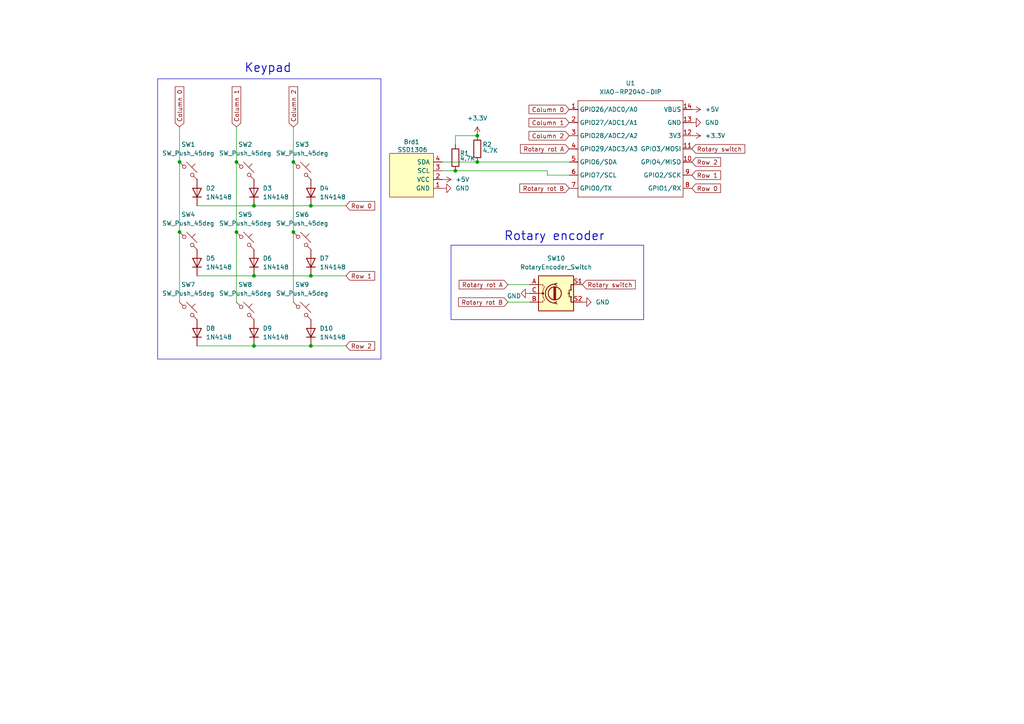
<source format=kicad_sch>
(kicad_sch (version 20250114) (generator "eeschema") (generator_version "9.0")
  (paper "A4")
  (title_block (title "Pinuspad") (comment 1 "https://github.com/WilmervH/Pinuspad"))
  (lib_symbols
    (symbol "Device:R" (pin_numbers (hide yes)) (pin_names (offset 0))
      (property "Reference" "R" (at 2.032 0 90))
      (property "Value" "R" (at 0 0 90))
      (symbol "R_0_1"
        (rectangle (start -1.016 -2.54) (end 1.016 2.54) (stroke (width 0.254)))
      )
      (symbol "R_1_1"
        (pin passive line (at 0 3.81 270) (length 1.27) (name "~") (number "1"))
        (pin passive line (at 0 -3.81 90) (length 1.27) (name "~") (number "2"))
      )
    )
    (symbol "Device:RotaryEncoder_Switch" (pin_names (offset 0.254) (hide yes))
      (property "Reference" "SW" (at 0 6.604 0))
      (property "Value" "RotaryEncoder_Switch" (at 0 -6.604 0))
      (symbol "RotaryEncoder_Switch_0_1"
        (rectangle (start -5.08 5.08) (end 5.08 -5.08) (stroke (width 0.254)) (fill (type background)))
        (polyline (pts (xy -5.08 2.54) (xy -3.81 2.54) (xy -3.81 2.032)))
        (polyline (pts (xy -5.08 0) (xy -3.81 0) (xy -3.81 -1.016) (xy -3.302 -2.032)))
        (polyline (pts (xy -5.08 -2.54) (xy -3.81 -2.54) (xy -3.81 -2.032)))
        (polyline (pts (xy -4.318 0) (xy -3.81 0) (xy -3.81 1.016) (xy -3.302 2.032)))
        (circle (center -3.81 0) (radius 0.254) (fill (type outline)))
        (polyline (pts (xy -0.635 -1.778) (xy -0.635 1.778)) (stroke (width 0.254)))
        (circle (center -0.381 0) (radius 1.905) (stroke (width 0.254)))
        (polyline (pts (xy -0.381 -1.778) (xy -0.381 1.778)) (stroke (width 0.254)))
        (arc (start -0.381 -2.794) (mid -3.0988 -0.0635) (end -0.381 2.667) (stroke (width 0.254)))
        (polyline (pts (xy -0.127 1.778) (xy -0.127 -1.778)) (stroke (width 0.254)))
        (polyline (pts (xy 0.254 2.921) (xy -0.508 2.667) (xy 0.127 2.286)) (stroke (width 0.254)))
        (polyline (pts (xy 0.254 -3.048) (xy -0.508 -2.794) (xy 0.127 -2.413)) (stroke (width 0.254)))
        (polyline (pts (xy 3.81 1.016) (xy 3.81 -1.016)) (stroke (width 0.254)))
        (polyline (pts (xy 3.81 0) (xy 3.429 0)) (stroke (width 0.254)))
        (circle (center 4.318 1.016) (radius 0.127) (stroke (width 0.254)))
        (circle (center 4.318 -1.016) (radius 0.127) (stroke (width 0.254)))
        (polyline (pts (xy 5.08 2.54) (xy 4.318 2.54) (xy 4.318 1.016)) (stroke (width 0.254)))
        (polyline (pts (xy 5.08 -2.54) (xy 4.318 -2.54) (xy 4.318 -1.016)) (stroke (width 0.254)))
      )
      (symbol "RotaryEncoder_Switch_1_1"
        (pin passive line (at -7.62 2.54 0) (length 2.54) (name "A") (number "A"))
        (pin passive line (at -7.62 0 0) (length 2.54) (name "C") (number "C"))
        (pin passive line (at -7.62 -2.54 0) (length 2.54) (name "B") (number "B"))
        (pin passive line (at 7.62 2.54 180) (length 2.54) (name "S1") (number "S1"))
        (pin passive line (at 7.62 -2.54 180) (length 2.54) (name "S2") (number "S2"))
      )
    )
    (symbol "Diode:1N4148" (pin_numbers (hide yes)) (pin_names (hide yes))
      (property "Reference" "D" (at 0 2.54 0))
      (property "Value" "1N4148" (at 0 -2.54 0))
      (symbol "1N4148_0_1"
        (polyline (pts (xy -1.27 1.27) (xy -1.27 -1.27)) (stroke (width 0.254)))
        (polyline (pts (xy 1.27 1.27) (xy 1.27 -1.27) (xy -1.27 0) (xy 1.27 1.27)) (stroke (width 0.254)))
        (polyline (pts (xy 1.27 0) (xy -1.27 0)))
      )
      (symbol "1N4148_1_1"
        (pin passive line (at -3.81 0 0) (length 2.54) (name "K") (number "1"))
        (pin passive line (at 3.81 0 180) (length 2.54) (name "A") (number "2"))
      )
    )
    (symbol "OPL:XIAO-RP2040-DIP"
      (property "Reference" "U" (at 0 0 0))
      (property "Value" "XIAO-RP2040-DIP" (at 5.334 -1.778 0))
      (symbol "XIAO-RP2040-DIP_1_0"
        (polyline (pts (xy -1.27 -2.54) (xy 29.21 -2.54)) (stroke (width 0.1524)))
        (polyline (pts (xy -1.27 -5.08) (xy -2.54 -5.08)) (stroke (width 0.1524)))
        (polyline (pts (xy -1.27 -5.08) (xy -1.27 -2.54)) (stroke (width 0.1524)))
        (polyline (pts (xy -1.27 -8.89) (xy -2.54 -8.89)) (stroke (width 0.1524)))
        (polyline (pts (xy -1.27 -8.89) (xy -1.27 -5.08)) (stroke (width 0.1524)))
        (polyline (pts (xy -1.27 -12.7) (xy -2.54 -12.7)) (stroke (width 0.1524)))
        (polyline (pts (xy -1.27 -12.7) (xy -1.27 -8.89)) (stroke (width 0.1524)))
        (polyline (pts (xy -1.27 -16.51) (xy -2.54 -16.51)) (stroke (width 0.1524)))
        (polyline (pts (xy -1.27 -16.51) (xy -1.27 -12.7)) (stroke (width 0.1524)))
        (polyline (pts (xy -1.27 -20.32) (xy -2.54 -20.32)) (stroke (width 0.1524)))
        (polyline (pts (xy -1.27 -24.13) (xy -2.54 -24.13)) (stroke (width 0.1524)))
        (polyline (pts (xy -1.27 -27.94) (xy -2.54 -27.94)) (stroke (width 0.1524)))
        (polyline (pts (xy -1.27 -30.48) (xy -1.27 -16.51)) (stroke (width 0.1524)))
        (polyline (pts (xy 29.21 -2.54) (xy 29.21 -5.08)) (stroke (width 0.1524)))
        (polyline (pts (xy 29.21 -5.08) (xy 29.21 -8.89)) (stroke (width 0.1524)))
        (polyline (pts (xy 29.21 -8.89) (xy 29.21 -12.7)) (stroke (width 0.1524)))
        (polyline (pts (xy 29.21 -12.7) (xy 29.21 -30.48)) (stroke (width 0.1524)))
        (polyline (pts (xy 29.21 -30.48) (xy -1.27 -30.48)) (stroke (width 0.1524)))
        (polyline (pts (xy 30.48 -5.08) (xy 29.21 -5.08)) (stroke (width 0.1524)))
        (polyline (pts (xy 30.48 -8.89) (xy 29.21 -8.89)) (stroke (width 0.1524)))
        (polyline (pts (xy 30.48 -12.7) (xy 29.21 -12.7)) (stroke (width 0.1524)))
        (polyline (pts (xy 30.48 -16.51) (xy 29.21 -16.51)) (stroke (width 0.1524)))
        (polyline (pts (xy 30.48 -20.32) (xy 29.21 -20.32)) (stroke (width 0.1524)))
        (polyline (pts (xy 30.48 -24.13) (xy 29.21 -24.13)) (stroke (width 0.1524)))
        (polyline (pts (xy 30.48 -27.94) (xy 29.21 -27.94)) (stroke (width 0.1524)))
        (pin passive line (at -3.81 -5.08 0) (length 2.54) (name "GPIO26/ADC0/A0") (number "1"))
        (pin passive line (at -3.81 -8.89 0) (length 2.54) (name "GPIO27/ADC1/A1") (number "2"))
        (pin passive line (at -3.81 -12.7 0) (length 2.54) (name "GPIO28/ADC2/A2") (number "3"))
        (pin passive line (at -3.81 -16.51 0) (length 2.54) (name "GPIO29/ADC3/A3") (number "4"))
        (pin passive line (at -3.81 -20.32 0) (length 2.54) (name "GPIO6/SDA") (number "5"))
        (pin passive line (at -3.81 -24.13 0) (length 2.54) (name "GPIO7/SCL") (number "6"))
        (pin passive line (at -3.81 -27.94 0) (length 2.54) (name "GPIO0/TX") (number "7"))
        (pin passive line (at 31.75 -5.08 180) (length 2.54) (name "VBUS") (number "14"))
        (pin passive line (at 31.75 -8.89 180) (length 2.54) (name "GND") (number "13"))
        (pin passive line (at 31.75 -12.7 180) (length 2.54) (name "3V3") (number "12"))
        (pin passive line (at 31.75 -16.51 180) (length 2.54) (name "GPIO3/MOSI") (number "11"))
        (pin passive line (at 31.75 -20.32 180) (length 2.54) (name "GPIO4/MISO") (number "10"))
        (pin passive line (at 31.75 -24.13 180) (length 2.54) (name "GPIO2/SCK") (number "9"))
        (pin passive line (at 31.75 -27.94 180) (length 2.54) (name "GPIO1/RX") (number "8"))
      )
    )
    (symbol "Switch:SW_Push_45deg" (pin_numbers (hide yes)) (pin_names (offset 1.016) (hide yes))
      (property "Reference" "SW" (at 3.048 1.016 0))
      (property "Value" "SW_Push_45deg" (at 0 -3.81 0))
      (symbol "SW_Push_45deg_0_1"
        (polyline (pts (xy -2.54 2.54) (xy -1.524 1.524) (xy -1.524 1.524)))
        (circle (center -1.1684 1.1684) (radius 0.508))
        (polyline (pts (xy -0.508 2.54) (xy 2.54 -0.508)))
        (polyline (pts (xy 1.016 1.016) (xy 2.032 2.032)))
        (circle (center 1.143 -1.1938) (radius 0.508))
        (polyline (pts (xy 1.524 -1.524) (xy 2.54 -2.54) (xy 2.54 -2.54) (xy 2.54 -2.54)))
        (pin passive line (at -2.54 2.54 0) (length 0) (name "1") (number "1"))
        (pin passive line (at 2.54 -2.54 180) (length 0) (name "2") (number "2"))
      )
    )
    (symbol "power:+3.3V" (power) (pin_numbers (hide yes)) (pin_names (offset 0) (hide yes))
      (property "Value" "+3.3V" (at 0 3.556 0))
      (symbol "+3.3V_0_1"
        (polyline (pts (xy -0.762 1.27) (xy 0 2.54)))
        (polyline (pts (xy 0 2.54) (xy 0.762 1.27)))
        (polyline (pts (xy 0 0) (xy 0 2.54)))
      )
      (symbol "+3.3V_1_1"
        (pin power_in line (at 0 0 90) (length 0) (name "~") (number "1"))
      )
    )
    (symbol "power:+5V" (power) (pin_numbers (hide yes)) (pin_names (offset 0) (hide yes))
      (property "Value" "+5V" (at 0 3.556 0))
      (symbol "+5V_0_1"
        (polyline (pts (xy -0.762 1.27) (xy 0 2.54)))
        (polyline (pts (xy 0 2.54) (xy 0.762 1.27)))
        (polyline (pts (xy 0 0) (xy 0 2.54)))
      )
      (symbol "+5V_1_1"
        (pin power_in line (at 0 0 90) (length 0) (name "~") (number "1"))
      )
    )
    (symbol "power:GND" (power) (pin_numbers (hide yes)) (pin_names (offset 0) (hide yes))
      (property "Value" "GND" (at 0 -3.81 0))
      (symbol "GND_0_1"
        (polyline (pts (xy 0 0) (xy 0 -1.27) (xy 1.27 -1.27) (xy 0 -2.54) (xy -1.27 -1.27) (xy 0 -1.27)))
      )
      (symbol "GND_1_1"
        (pin power_in line (at 0 0 270) (length 0) (name "~") (number "1"))
      )
    )
    (symbol "screen:SSD1306" (pin_names (offset 1.016))
      (property "Reference" "Brd" (at 0 -3.81 0))
      (property "Value" "SSD1306" (at 0 -1.27 0))
      (symbol "SSD1306_0_1"
        (rectangle (start -6.35 6.35) (end 6.35 -6.35) (fill (type background)))
      )
      (symbol "SSD1306_1_1"
        (pin input line (at -3.81 8.89 270) (length 2.54) (name "GND") (number "1"))
        (pin input line (at -1.27 8.89 270) (length 2.54) (name "VCC") (number "2"))
        (pin input line (at 1.27 8.89 270) (length 2.54) (name "SCL") (number "3"))
        (pin input line (at 3.81 8.89 270) (length 2.54) (name "SDA") (number "4"))
      )
    )
  )
  (rectangle (start 45.72 22.86) (end 110.49 104.14))
  (rectangle (start 130.81 71.12) (end 186.69 92.71))
  (text "Rotary encoder" (at 160.782 68.58 0) (effects (font (size 2.54 2.54) (thickness 0.254) (bold yes))))
  (text "Keypad\n" (at 77.724 19.812 0) (effects (font (size 2.54 2.54) (thickness 0.254) (bold yes))))
  (junction (at 85.09 46.99))
  (junction (at 73.66 59.69))
  (junction (at 68.58 46.99))
  (junction (at 73.66 100.33))
  (junction (at 85.09 67.31))
  (junction (at 52.07 67.31))
  (junction (at 138.43 39.37))
  (junction (at 132.08 49.53))
  (junction (at 68.58 67.31))
  (junction (at 90.17 100.33))
  (junction (at 90.17 80.01))
  (junction (at 90.17 59.69))
  (junction (at 52.07 46.99))
  (junction (at 138.43 46.99))
  (junction (at 73.66 80.01))
  (wire (pts (xy 147.32 82.55) (xy 153.67 82.55)))
  (wire (pts (xy 158.75 49.53) (xy 158.75 50.8)))
  (wire (pts (xy 73.66 100.33) (xy 90.17 100.33)))
  (wire (pts (xy 100.33 59.69) (xy 90.17 59.69)))
  (wire (pts (xy 57.15 59.69) (xy 73.66 59.69)))
  (wire (pts (xy 57.15 80.01) (xy 73.66 80.01)))
  (wire (pts (xy 85.09 46.99) (xy 85.09 67.31)))
  (wire (pts (xy 52.07 67.31) (xy 52.07 87.63)))
  (wire (pts (xy 100.33 80.01) (xy 90.17 80.01)))
  (wire (pts (xy 52.07 36.83) (xy 52.07 46.99)))
  (wire (pts (xy 68.58 67.31) (xy 68.58 87.63)))
  (wire (pts (xy 73.66 80.01) (xy 90.17 80.01)))
  (wire (pts (xy 132.08 39.37) (xy 132.08 41.91)))
  (wire (pts (xy 73.66 59.69) (xy 90.17 59.69)))
  (wire (pts (xy 158.75 50.8) (xy 165.1 50.8)))
  (wire (pts (xy 138.43 46.99) (xy 165.1 46.99)))
  (wire (pts (xy 52.07 46.99) (xy 52.07 67.31)))
  (wire (pts (xy 85.09 36.83) (xy 85.09 46.99)))
  (wire (pts (xy 147.32 87.63) (xy 153.67 87.63)))
  (wire (pts (xy 68.58 36.83) (xy 68.58 46.99)))
  (wire (pts (xy 128.27 46.99) (xy 138.43 46.99)))
  (wire (pts (xy 128.27 49.53) (xy 132.08 49.53)))
  (wire (pts (xy 138.43 39.37) (xy 132.08 39.37)))
  (wire (pts (xy 100.33 100.33) (xy 90.17 100.33)))
  (wire (pts (xy 57.15 100.33) (xy 73.66 100.33)))
  (wire (pts (xy 68.58 46.99) (xy 68.58 67.31)))
  (wire (pts (xy 85.09 67.31) (xy 85.09 87.63)))
  (wire (pts (xy 132.08 49.53) (xy 158.75 49.53)))
  (global_label "Row 0" (shape input) (at 100.33 59.69 0) (property "Intersheetrefs" "${INTERSHEET_REFS}" (effects (hide yes))))
  (global_label "Column 2" (shape input) (at 165.1 39.37 180) (property "Intersheetrefs" "${INTERSHEET_REFS}" (effects (hide yes))))
  (global_label "Column 1" (shape input) (at 68.58 36.83 90) (property "Intersheetrefs" "${INTERSHEET_REFS}" (effects (hide yes))))
  (global_label "Rotary rot A" (shape input) (at 165.1 43.18 180) (property "Intersheetrefs" "${INTERSHEET_REFS}" (effects (hide yes))))
  (global_label "Row 0" (shape input) (at 200.66 54.61 0) (property "Intersheetrefs" "${INTERSHEET_REFS}" (effects (hide yes))))
  (global_label "Rotary rot B" (shape input) (at 165.1 54.61 180) (property "Intersheetrefs" "${INTERSHEET_REFS}" (effects (hide yes))))
  (global_label "Rotary switch" (shape input) (at 168.91 82.55 0) (property "Intersheetrefs" "${INTERSHEET_REFS}" (effects (hide yes))))
  (global_label "Column 1" (shape input) (at 165.1 35.56 180) (property "Intersheetrefs" "${INTERSHEET_REFS}" (effects (hide yes))))
  (global_label "Row 2" (shape input) (at 100.33 100.33 0) (property "Intersheetrefs" "${INTERSHEET_REFS}" (effects (hide yes))))
  (global_label "Column 2" (shape input) (at 85.09 36.83 90) (property "Intersheetrefs" "${INTERSHEET_REFS}" (effects (hide yes))))
  (global_label "Row 2" (shape input) (at 200.66 46.99 0) (property "Intersheetrefs" "${INTERSHEET_REFS}" (effects (hide yes))))
  (global_label "Row 1" (shape input) (at 200.66 50.8 0) (property "Intersheetrefs" "${INTERSHEET_REFS}" (effects (hide yes))))
  (global_label "Rotary rot A" (shape input) (at 147.32 82.55 180) (property "Intersheetrefs" "${INTERSHEET_REFS}" (effects (hide yes))))
  (global_label "Column 0" (shape input) (at 165.1 31.75 180) (property "Intersheetrefs" "${INTERSHEET_REFS}" (effects (hide yes))))
  (global_label "Column 0" (shape input) (at 52.07 36.83 90) (property "Intersheetrefs" "${INTERSHEET_REFS}" (effects (hide yes))))
  (global_label "Rotary rot B" (shape input) (at 147.32 87.63 180) (property "Intersheetrefs" "${INTERSHEET_REFS}" (effects (hide yes))))
  (global_label "Row 1" (shape input) (at 100.33 80.01 0) (property "Intersheetrefs" "${INTERSHEET_REFS}" (effects (hide yes))))
  (global_label "Rotary switch" (shape input) (at 200.66 43.18 0) (property "Intersheetrefs" "${INTERSHEET_REFS}" (effects (hide yes))))
  (symbol (lib_id "Diode:1N4148") (at 90.17 55.88 90) (unit 1)
    (property "Reference" "D4" (at 92.71 54.6099 90) (effects (justify right)))
    (property "Value" "1N4148" (at 92.71 57.1499 90) (effects (justify right)))
    (property "Footprint" "Diode_THT:D_DO-35_SOD27_P7.62mm_Horizontal" (effects (hide yes)))
    (property "Datasheet" "https://assets.nexperia.com/documents/data-sheet/1N4148_1N4448.pdf" (effects (hide yes)))
    (property "Description" "100V 0.15A standard switching diode, DO-35" (effects (hide yes)))
    (property "Sim.Device" "D" (effects (hide yes)))
    (property "Sim.Pins" "1=K 2=A" (effects (hide yes)))
  )
  (symbol (lib_id "Diode:1N4148") (at 57.15 76.2 90) (unit 1)
    (property "Reference" "D5" (at 59.69 74.9299 90) (effects (justify right)))
    (property "Value" "1N4148" (at 59.69 77.4699 90) (effects (justify right)))
    (property "Footprint" "Diode_THT:D_DO-35_SOD27_P7.62mm_Horizontal" (effects (hide yes)))
    (property "Datasheet" "https://assets.nexperia.com/documents/data-sheet/1N4148_1N4448.pdf" (effects (hide yes)))
    (property "Description" "100V 0.15A standard switching diode, DO-35" (effects (hide yes)))
    (property "Sim.Device" "D" (effects (hide yes)))
    (property "Sim.Pins" "1=K 2=A" (effects (hide yes)))
  )
  (symbol (lib_id "power:GND") (at 200.66 35.56 90) (unit 1)
    (property "Reference" "#PWR02" (effects (hide yes)))
    (property "Value" "GND" (at 204.47 35.5599 90) (effects (justify right)))
    (property "Description" "Power symbol creates a global label with name \"GND\" , ground" (effects (hide yes)))
  )
  (symbol (lib_id "power:GND") (at 153.67 85.09 270) (unit 1)
    (property "Reference" "#PWR06" (effects (hide yes)))
    (property "Value" "GND" (at 151.13 85.852 90) (effects (justify right)))
    (property "Description" "Power symbol creates a global label with name \"GND\" , ground" (effects (hide yes)))
  )
  (symbol (lib_id "Switch:SW_Push_45deg") (at 71.12 90.17 0) (unit 1)
    (property "Reference" "SW8" (at 71.12 82.55 0))
    (property "Value" "SW_Push_45deg" (at 71.12 85.09 0))
    (property "Footprint" "Button_Switch_Keyboard:SW_Cherry_MX_1.00u_PCB" (effects (hide yes)))
    (property "Description" "Push button switch, normally open, two pins, 45° tilted" (effects (hide yes)))
  )
  (symbol (lib_id "Diode:1N4148") (at 57.15 55.88 90) (unit 1)
    (property "Reference" "D2" (at 59.69 54.6099 90) (effects (justify right)))
    (property "Value" "1N4148" (at 59.69 57.1499 90) (effects (justify right)))
    (property "Footprint" "Diode_THT:D_DO-35_SOD27_P7.62mm_Horizontal" (effects (hide yes)))
    (property "Datasheet" "https://assets.nexperia.com/documents/data-sheet/1N4148_1N4448.pdf" (effects (hide yes)))
    (property "Description" "100V 0.15A standard switching diode, DO-35" (effects (hide yes)))
    (property "Sim.Device" "D" (effects (hide yes)))
    (property "Sim.Pins" "1=K 2=A" (effects (hide yes)))
  )
  (symbol (lib_id "Switch:SW_Push_45deg") (at 71.12 69.85 0) (unit 1)
    (property "Reference" "SW5" (at 71.12 62.23 0))
    (property "Value" "SW_Push_45deg" (at 71.12 64.77 0))
    (property "Footprint" "Button_Switch_Keyboard:SW_Cherry_MX_1.00u_PCB" (effects (hide yes)))
    (property "Description" "Push button switch, normally open, two pins, 45° tilted" (effects (hide yes)))
  )
  (symbol (lib_id "power:GND") (at 168.91 87.63 90) (unit 1)
    (property "Reference" "#PWR05" (effects (hide yes)))
    (property "Value" "GND" (at 172.72 87.6299 90) (effects (justify right)))
    (property "Description" "Power symbol creates a global label with name \"GND\" , ground" (effects (hide yes)))
  )
  (symbol (lib_id "Device:R") (at 138.43 43.18 0) (unit 1)
    (property "Reference" "R2" (at 139.954 41.91 0) (effects (justify left)))
    (property "Value" "4.7K" (at 139.954 43.688 0) (effects (justify left)))
    (property "Footprint" "Resistor_THT:R_Axial_DIN0204_L3.6mm_D1.6mm_P7.62mm_Horizontal" (effects (hide yes)))
    (property "Description" "Resistor" (effects (hide yes)))
  )
  (symbol (lib_id "power:GND") (at 128.27 54.61 90) (unit 1)
    (property "Reference" "#PWR07" (effects (hide yes)))
    (property "Value" "GND" (at 132.08 54.6099 90) (effects (justify right)))
    (property "Description" "Power symbol creates a global label with name \"GND\" , ground" (effects (hide yes)))
  )
  (symbol (lib_id "Diode:1N4148") (at 57.15 96.52 90) (unit 1)
    (property "Reference" "D8" (at 59.69 95.2499 90) (effects (justify right)))
    (property "Value" "1N4148" (at 59.69 97.7899 90) (effects (justify right)))
    (property "Footprint" "Diode_THT:D_DO-35_SOD27_P7.62mm_Horizontal" (effects (hide yes)))
    (property "Datasheet" "https://assets.nexperia.com/documents/data-sheet/1N4148_1N4448.pdf" (effects (hide yes)))
    (property "Description" "100V 0.15A standard switching diode, DO-35" (effects (hide yes)))
    (property "Sim.Device" "D" (effects (hide yes)))
    (property "Sim.Pins" "1=K 2=A" (effects (hide yes)))
  )
  (symbol (lib_id "Switch:SW_Push_45deg") (at 87.63 49.53 0) (unit 1)
    (property "Reference" "SW3" (at 87.63 41.91 0))
    (property "Value" "SW_Push_45deg" (at 87.63 44.45 0))
    (property "Footprint" "Button_Switch_Keyboard:SW_Cherry_MX_1.00u_PCB" (effects (hide yes)))
    (property "Description" "Push button switch, normally open, two pins, 45° tilted" (effects (hide yes)))
  )
  (symbol (lib_id "power:+5V") (at 128.27 52.07 270) (unit 1)
    (property "Reference" "#PWR08" (effects (hide yes)))
    (property "Value" "+5V" (at 132.08 52.0699 90) (effects (justify left)))
    (property "Description" "Power symbol creates a global label with name \"+5V\"" (effects (hide yes)))
  )
  (symbol (lib_id "Switch:SW_Push_45deg") (at 54.61 49.53 0) (unit 1)
    (property "Reference" "SW1" (at 54.61 41.91 0))
    (property "Value" "SW_Push_45deg" (at 54.61 44.45 0))
    (property "Footprint" "Button_Switch_Keyboard:SW_Cherry_MX_1.00u_PCB" (effects (hide yes)))
    (property "Description" "Push button switch, normally open, two pins, 45° tilted" (effects (hide yes)))
  )
  (symbol (lib_id "Diode:1N4148") (at 90.17 96.52 90) (unit 1)
    (property "Reference" "D10" (at 92.71 95.2499 90) (effects (justify right)))
    (property "Value" "1N4148" (at 92.71 97.7899 90) (effects (justify right)))
    (property "Footprint" "Diode_THT:D_DO-35_SOD27_P7.62mm_Horizontal" (effects (hide yes)))
    (property "Datasheet" "https://assets.nexperia.com/documents/data-sheet/1N4148_1N4448.pdf" (effects (hide yes)))
    (property "Description" "100V 0.15A standard switching diode, DO-35" (effects (hide yes)))
    (property "Sim.Device" "D" (effects (hide yes)))
    (property "Sim.Pins" "1=K 2=A" (effects (hide yes)))
  )
  (symbol (lib_id "power:+3.3V") (at 200.66 39.37 270) (unit 1)
    (property "Reference" "#PWR09" (effects (hide yes)))
    (property "Value" "+3.3V" (at 204.47 39.3699 90) (effects (justify left)))
    (property "Description" "Power symbol creates a global label with name \"+3.3V\"" (effects (hide yes)))
  )
  (symbol (lib_id "Switch:SW_Push_45deg") (at 54.61 90.17 0) (unit 1)
    (property "Reference" "SW7" (at 54.61 82.55 0))
    (property "Value" "SW_Push_45deg" (at 54.61 85.09 0))
    (property "Footprint" "Button_Switch_Keyboard:SW_Cherry_MX_1.00u_PCB" (effects (hide yes)))
    (property "Description" "Push button switch, normally open, two pins, 45° tilted" (effects (hide yes)))
  )
  (symbol (lib_id "Diode:1N4148") (at 73.66 76.2 90) (unit 1)
    (property "Reference" "D6" (at 76.2 74.9299 90) (effects (justify right)))
    (property "Value" "1N4148" (at 76.2 77.4699 90) (effects (justify right)))
    (property "Footprint" "Diode_THT:D_DO-35_SOD27_P7.62mm_Horizontal" (effects (hide yes)))
    (property "Datasheet" "https://assets.nexperia.com/documents/data-sheet/1N4148_1N4448.pdf" (effects (hide yes)))
    (property "Description" "100V 0.15A standard switching diode, DO-35" (effects (hide yes)))
    (property "Sim.Device" "D" (effects (hide yes)))
    (property "Sim.Pins" "1=K 2=A" (effects (hide yes)))
  )
  (symbol (lib_id "Device:RotaryEncoder_Switch") (at 161.29 85.09 0) (unit 1)
    (property "Reference" "SW10" (at 161.29 74.93 0))
    (property "Value" "RotaryEncoder_Switch" (at 161.29 77.47 0))
    (property "Footprint" "Rotary_Encoder:RotaryEncoder_Alps_EC11E-Switch_Vertical_H20mm_CircularMountingHoles" (effects (hide yes)))
    (property "Description" "Rotary encoder, dual channel, incremental quadrate outputs, with switch" (effects (hide yes)))
  )
  (symbol (lib_id "Switch:SW_Push_45deg") (at 87.63 69.85 0) (unit 1)
    (property "Reference" "SW6" (at 87.63 62.23 0))
    (property "Value" "SW_Push_45deg" (at 87.63 64.77 0))
    (property "Footprint" "Button_Switch_Keyboard:SW_Cherry_MX_1.00u_PCB" (effects (hide yes)))
    (property "Description" "Push button switch, normally open, two pins, 45° tilted" (effects (hide yes)))
  )
  (symbol (lib_id "Diode:1N4148") (at 90.17 76.2 90) (unit 1)
    (property "Reference" "D7" (at 92.71 74.9299 90) (effects (justify right)))
    (property "Value" "1N4148" (at 92.71 77.4699 90) (effects (justify right)))
    (property "Footprint" "Diode_THT:D_DO-35_SOD27_P7.62mm_Horizontal" (effects (hide yes)))
    (property "Datasheet" "https://assets.nexperia.com/documents/data-sheet/1N4148_1N4448.pdf" (effects (hide yes)))
    (property "Description" "100V 0.15A standard switching diode, DO-35" (effects (hide yes)))
    (property "Sim.Device" "D" (effects (hide yes)))
    (property "Sim.Pins" "1=K 2=A" (effects (hide yes)))
  )
  (symbol (lib_id "power:+3.3V") (at 138.43 39.37 0) (unit 1)
    (property "Reference" "#PWR010" (effects (hide yes)))
    (property "Value" "+3.3V" (at 138.43 34.29 0))
    (property "Description" "Power symbol creates a global label with name \"+3.3V\"" (effects (hide yes)))
  )
  (symbol (lib_id "Diode:1N4148") (at 73.66 55.88 90) (unit 1)
    (property "Reference" "D3" (at 76.2 54.6099 90) (effects (justify right)))
    (property "Value" "1N4148" (at 76.2 57.1499 90) (effects (justify right)))
    (property "Footprint" "Diode_THT:D_DO-35_SOD27_P7.62mm_Horizontal" (effects (hide yes)))
    (property "Datasheet" "https://assets.nexperia.com/documents/data-sheet/1N4148_1N4448.pdf" (effects (hide yes)))
    (property "Description" "100V 0.15A standard switching diode, DO-35" (effects (hide yes)))
    (property "Sim.Device" "D" (effects (hide yes)))
    (property "Sim.Pins" "1=K 2=A" (effects (hide yes)))
  )
  (symbol (lib_id "Switch:SW_Push_45deg") (at 71.12 49.53 0) (unit 1)
    (property "Reference" "SW2" (at 71.12 41.91 0))
    (property "Value" "SW_Push_45deg" (at 71.12 44.45 0))
    (property "Footprint" "Button_Switch_Keyboard:SW_Cherry_MX_1.00u_PCB" (effects (hide yes)))
    (property "Description" "Push button switch, normally open, two pins, 45° tilted" (effects (hide yes)))
  )
  (symbol (lib_id "OPL:XIAO-RP2040-DIP") (at 168.91 26.67 0) (unit 1)
    (property "Reference" "U1" (at 182.88 24.13 0))
    (property "Value" "XIAO-RP2040-DIP" (at 182.88 26.67 0))
    (property "Footprint" "OPL:XIAO-RP2040-DIP" (effects (hide yes)))
  )
  (symbol (lib_id "Switch:SW_Push_45deg") (at 54.61 69.85 0) (unit 1)
    (property "Reference" "SW4" (at 54.61 62.23 0))
    (property "Value" "SW_Push_45deg" (at 54.61 64.77 0))
    (property "Footprint" "Button_Switch_Keyboard:SW_Cherry_MX_1.00u_PCB" (effects (hide yes)))
    (property "Description" "Push button switch, normally open, two pins, 45° tilted" (effects (hide yes)))
  )
  (symbol (lib_id "Switch:SW_Push_45deg") (at 87.63 90.17 0) (unit 1)
    (property "Reference" "SW9" (at 87.63 82.55 0))
    (property "Value" "SW_Push_45deg" (at 87.63 85.09 0))
    (property "Footprint" "Button_Switch_Keyboard:SW_Cherry_MX_1.00u_PCB" (effects (hide yes)))
    (property "Description" "Push button switch, normally open, two pins, 45° tilted" (effects (hide yes)))
  )
  (symbol (lib_id "Device:R") (at 132.08 45.72 0) (unit 1)
    (property "Reference" "R1" (at 133.35 44.45 0) (effects (justify left)))
    (property "Value" "4.7K" (at 133.35 45.974 0) (effects (justify left)))
    (property "Footprint" "Resistor_THT:R_Axial_DIN0204_L3.6mm_D1.6mm_P7.62mm_Horizontal" (effects (hide yes)))
    (property "Description" "Resistor" (effects (hide yes)))
  )
  (symbol (lib_id "screen:SSD1306") (at 119.38 50.8 270) (mirror x) (unit 1)
    (property "Reference" "Brd1" (at 119.38 41.148 90))
    (property "Value" "SSD1306" (at 119.634 43.434 90))
    (property "Footprint" "OLED:128x64OLED" (effects (hide yes)))
  )
  (symbol (lib_id "power:+5V") (at 200.66 31.75 270) (unit 1)
    (property "Reference" "#PWR01" (effects (hide yes)))
    (property "Value" "+5V" (at 204.47 31.7499 90) (effects (justify left)))
    (property "Description" "Power symbol creates a global label with name \"+5V\"" (effects (hide yes)))
  )
  (symbol (lib_id "Diode:1N4148") (at 73.66 96.52 90) (unit 1)
    (property "Reference" "D9" (at 76.2 95.2499 90) (effects (justify right)))
    (property "Value" "1N4148" (at 76.2 97.7899 90) (effects (justify right)))
    (property "Footprint" "Diode_THT:D_DO-35_SOD27_P7.62mm_Horizontal" (effects (hide yes)))
    (property "Datasheet" "https://assets.nexperia.com/documents/data-sheet/1N4148_1N4448.pdf" (effects (hide yes)))
    (property "Description" "100V 0.15A standard switching diode, DO-35" (effects (hide yes)))
    (property "Sim.Device" "D" (effects (hide yes)))
    (property "Sim.Pins" "1=K 2=A" (effects (hide yes)))
  )
)
</source>
